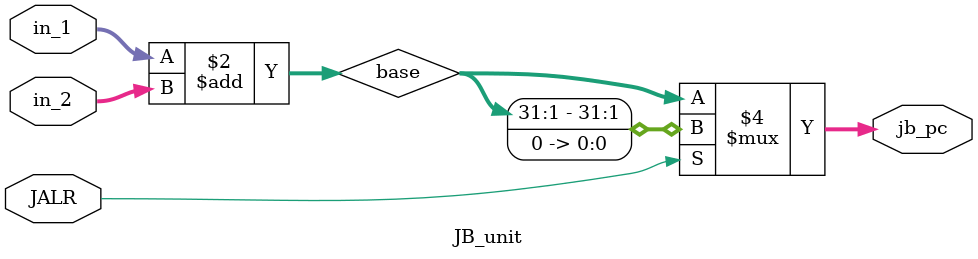
<source format=sv>
module JB_unit(
    input [31:0] in_1,
    input [31:0] in_2,
    input JALR,

    output logic [31:0] jb_pc
);

logic [31:0] base;

always_comb
begin
    base = in_1 + in_2;
    if(JALR)
        jb_pc = {base[31:1],1'b0};
    else
        jb_pc = base;
end

endmodule

</source>
